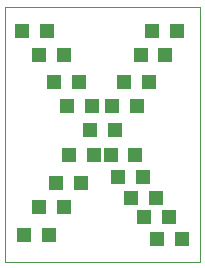
<source format=gtp>
G75*
%MOIN*%
%OFA0B0*%
%FSLAX24Y24*%
%IPPOS*%
%LPD*%
%AMOC8*
5,1,8,0,0,1.08239X$1,22.5*
%
%ADD10C,0.0000*%
%ADD11R,0.0472X0.0472*%
D10*
X002392Y002517D02*
X002392Y011017D01*
X008892Y011017D01*
X008892Y002517D01*
X002392Y002517D01*
D11*
X003041Y003392D03*
X003868Y003392D03*
X003541Y004329D03*
X004368Y004329D03*
X004103Y005142D03*
X004930Y005142D03*
X004541Y006079D03*
X005368Y006079D03*
X005916Y006079D03*
X006166Y005329D03*
X006603Y004642D03*
X007041Y004017D03*
X007430Y004642D03*
X007868Y004017D03*
X007478Y003267D03*
X008305Y003267D03*
X006993Y005329D03*
X006743Y006079D03*
X006055Y006892D03*
X005978Y007704D03*
X005305Y007704D03*
X005228Y006892D03*
X004478Y007704D03*
X004868Y008517D03*
X004041Y008517D03*
X004368Y009392D03*
X003541Y009392D03*
X003805Y010204D03*
X002978Y010204D03*
X006353Y008517D03*
X007180Y008517D03*
X006805Y007704D03*
X006916Y009392D03*
X007291Y010204D03*
X008118Y010204D03*
X007743Y009392D03*
M02*

</source>
